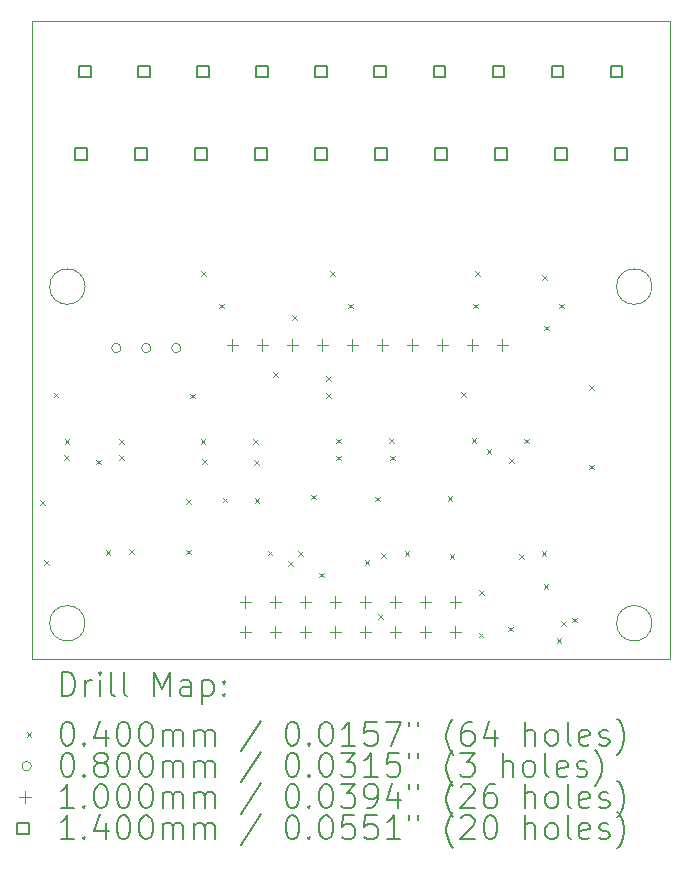
<source format=gbr>
%TF.GenerationSoftware,KiCad,Pcbnew,6.0.11+dfsg-1~bpo11+1*%
%TF.CreationDate,2023-04-06T13:05:17+02:00*%
%TF.ProjectId,ain-4_11,61696e2d-345f-4313-912e-6b696361645f,1.1*%
%TF.SameCoordinates,Original*%
%TF.FileFunction,Drillmap*%
%TF.FilePolarity,Positive*%
%FSLAX45Y45*%
G04 Gerber Fmt 4.5, Leading zero omitted, Abs format (unit mm)*
G04 Created by KiCad (PCBNEW 6.0.11+dfsg-1~bpo11+1) date 2023-04-06 13:05:17*
%MOMM*%
%LPD*%
G01*
G04 APERTURE LIST*
%ADD10C,0.100000*%
%ADD11C,0.200000*%
%ADD12C,0.040000*%
%ADD13C,0.080000*%
%ADD14C,0.140000*%
G04 APERTURE END LIST*
D10*
X18050000Y-8850000D02*
G75*
G03*
X18050000Y-8850000I-150000J0D01*
G01*
X13250000Y-8850000D02*
G75*
G03*
X13250000Y-8850000I-150000J0D01*
G01*
X18050000Y-11700000D02*
G75*
G03*
X18050000Y-11700000I-150000J0D01*
G01*
X13250000Y-11700000D02*
G75*
G03*
X13250000Y-11700000I-150000J0D01*
G01*
X12800000Y-12000000D02*
X18200000Y-12000000D01*
X18200000Y-12000000D02*
X18200000Y-6600000D01*
X18200000Y-6600000D02*
X12800000Y-6600000D01*
X12800000Y-6600000D02*
X12800000Y-12000000D01*
D11*
D12*
X12868000Y-10658000D02*
X12908000Y-10698000D01*
X12908000Y-10658000D02*
X12868000Y-10698000D01*
X12905000Y-11165000D02*
X12945000Y-11205000D01*
X12945000Y-11165000D02*
X12905000Y-11205000D01*
X12983000Y-9748000D02*
X13023000Y-9788000D01*
X13023000Y-9748000D02*
X12983000Y-9788000D01*
X13075770Y-10275770D02*
X13115770Y-10315770D01*
X13115770Y-10275770D02*
X13075770Y-10315770D01*
X13077000Y-10139000D02*
X13117000Y-10179000D01*
X13117000Y-10139000D02*
X13077000Y-10179000D01*
X13345000Y-10315000D02*
X13385000Y-10355000D01*
X13385000Y-10315000D02*
X13345000Y-10355000D01*
X13425000Y-11080000D02*
X13465000Y-11120000D01*
X13465000Y-11080000D02*
X13425000Y-11120000D01*
X13537000Y-10275000D02*
X13577000Y-10315000D01*
X13577000Y-10275000D02*
X13537000Y-10315000D01*
X13538000Y-10141000D02*
X13578000Y-10181000D01*
X13578000Y-10141000D02*
X13538000Y-10181000D01*
X13625000Y-11075000D02*
X13665000Y-11115000D01*
X13665000Y-11075000D02*
X13625000Y-11115000D01*
X14104319Y-10649303D02*
X14144319Y-10689303D01*
X14144319Y-10649303D02*
X14104319Y-10689303D01*
X14105000Y-11077550D02*
X14145000Y-11117550D01*
X14145000Y-11077550D02*
X14105000Y-11117550D01*
X14142000Y-9756000D02*
X14182000Y-9796000D01*
X14182000Y-9756000D02*
X14142000Y-9796000D01*
X14229550Y-10139847D02*
X14269550Y-10179847D01*
X14269550Y-10139847D02*
X14229550Y-10179847D01*
X14235000Y-8718000D02*
X14275000Y-8758000D01*
X14275000Y-8718000D02*
X14235000Y-8758000D01*
X14242000Y-10310000D02*
X14282000Y-10350000D01*
X14282000Y-10310000D02*
X14242000Y-10350000D01*
X14383000Y-8993000D02*
X14423000Y-9033000D01*
X14423000Y-8993000D02*
X14383000Y-9033000D01*
X14414000Y-10636000D02*
X14454000Y-10676000D01*
X14454000Y-10636000D02*
X14414000Y-10676000D01*
X14676000Y-10139000D02*
X14716000Y-10179000D01*
X14716000Y-10139000D02*
X14676000Y-10179000D01*
X14682000Y-10317450D02*
X14722000Y-10357450D01*
X14722000Y-10317450D02*
X14682000Y-10357450D01*
X14686000Y-10640000D02*
X14726000Y-10680000D01*
X14726000Y-10640000D02*
X14686000Y-10680000D01*
X14797000Y-11085000D02*
X14837000Y-11125000D01*
X14837000Y-11085000D02*
X14797000Y-11125000D01*
X14845000Y-9575000D02*
X14885000Y-9615000D01*
X14885000Y-9575000D02*
X14845000Y-9615000D01*
X14967000Y-11173000D02*
X15007000Y-11213000D01*
X15007000Y-11173000D02*
X14967000Y-11213000D01*
X15002500Y-9092500D02*
X15042500Y-9132500D01*
X15042500Y-9092500D02*
X15002500Y-9132500D01*
X15052500Y-11092500D02*
X15092500Y-11132500D01*
X15092500Y-11092500D02*
X15052500Y-11132500D01*
X15162000Y-10612000D02*
X15202000Y-10652000D01*
X15202000Y-10612000D02*
X15162000Y-10652000D01*
X15230000Y-11272500D02*
X15270000Y-11312500D01*
X15270000Y-11272500D02*
X15230000Y-11312500D01*
X15290000Y-9605000D02*
X15330000Y-9645000D01*
X15330000Y-9605000D02*
X15290000Y-9645000D01*
X15293000Y-9754000D02*
X15333000Y-9794000D01*
X15333000Y-9754000D02*
X15293000Y-9794000D01*
X15323000Y-8718000D02*
X15363000Y-8758000D01*
X15363000Y-8718000D02*
X15323000Y-8758000D01*
X15375957Y-10280408D02*
X15415957Y-10320408D01*
X15415957Y-10280408D02*
X15375957Y-10320408D01*
X15378550Y-10138000D02*
X15418550Y-10178000D01*
X15418550Y-10138000D02*
X15378550Y-10178000D01*
X15477000Y-8993000D02*
X15517000Y-9033000D01*
X15517000Y-8993000D02*
X15477000Y-9033000D01*
X15617500Y-11167500D02*
X15657500Y-11207500D01*
X15657500Y-11167500D02*
X15617500Y-11207500D01*
X15704000Y-10629000D02*
X15744000Y-10669000D01*
X15744000Y-10629000D02*
X15704000Y-10669000D01*
X15730000Y-11625000D02*
X15770000Y-11665000D01*
X15770000Y-11625000D02*
X15730000Y-11665000D01*
X15758000Y-11106000D02*
X15798000Y-11146000D01*
X15798000Y-11106000D02*
X15758000Y-11146000D01*
X15823000Y-10134000D02*
X15863000Y-10174000D01*
X15863000Y-10134000D02*
X15823000Y-10174000D01*
X15831000Y-10280000D02*
X15871000Y-10320000D01*
X15871000Y-10280000D02*
X15831000Y-10320000D01*
X15956000Y-11091000D02*
X15996000Y-11131000D01*
X15996000Y-11091000D02*
X15956000Y-11131000D01*
X16320000Y-10622000D02*
X16360000Y-10662000D01*
X16360000Y-10622000D02*
X16320000Y-10662000D01*
X16336000Y-11117000D02*
X16376000Y-11157000D01*
X16376000Y-11117000D02*
X16336000Y-11157000D01*
X16437000Y-9743000D02*
X16477000Y-9783000D01*
X16477000Y-9743000D02*
X16437000Y-9783000D01*
X16523000Y-10134000D02*
X16563000Y-10174000D01*
X16563000Y-10134000D02*
X16523000Y-10174000D01*
X16537000Y-8993000D02*
X16577000Y-9033000D01*
X16577000Y-8993000D02*
X16537000Y-9033000D01*
X16553000Y-8719000D02*
X16593000Y-8759000D01*
X16593000Y-8719000D02*
X16553000Y-8759000D01*
X16583000Y-11780000D02*
X16623000Y-11820000D01*
X16623000Y-11780000D02*
X16583000Y-11820000D01*
X16585000Y-11421000D02*
X16625000Y-11461000D01*
X16625000Y-11421000D02*
X16585000Y-11461000D01*
X16650000Y-10226000D02*
X16690000Y-10266000D01*
X16690000Y-10226000D02*
X16650000Y-10266000D01*
X16832000Y-11729000D02*
X16872000Y-11769000D01*
X16872000Y-11729000D02*
X16832000Y-11769000D01*
X16842000Y-10304000D02*
X16882000Y-10344000D01*
X16882000Y-10304000D02*
X16842000Y-10344000D01*
X16924000Y-11116000D02*
X16964000Y-11156000D01*
X16964000Y-11116000D02*
X16924000Y-11156000D01*
X16967000Y-10136000D02*
X17007000Y-10176000D01*
X17007000Y-10136000D02*
X16967000Y-10176000D01*
X17117000Y-11089000D02*
X17157000Y-11129000D01*
X17157000Y-11089000D02*
X17117000Y-11129000D01*
X17122000Y-8751000D02*
X17162000Y-8791000D01*
X17162000Y-8751000D02*
X17122000Y-8791000D01*
X17132000Y-11366000D02*
X17172000Y-11406000D01*
X17172000Y-11366000D02*
X17132000Y-11406000D01*
X17140000Y-9180000D02*
X17180000Y-9220000D01*
X17180000Y-9180000D02*
X17140000Y-9220000D01*
X17242758Y-11828550D02*
X17282758Y-11868550D01*
X17282758Y-11828550D02*
X17242758Y-11868550D01*
X17263000Y-8993000D02*
X17303000Y-9033000D01*
X17303000Y-8993000D02*
X17263000Y-9033000D01*
X17278000Y-11682000D02*
X17318000Y-11722000D01*
X17318000Y-11682000D02*
X17278000Y-11722000D01*
X17375050Y-11651450D02*
X17415050Y-11691450D01*
X17415050Y-11651450D02*
X17375050Y-11691450D01*
X17517500Y-9685000D02*
X17557500Y-9725000D01*
X17557500Y-9685000D02*
X17517500Y-9725000D01*
X17521000Y-10356000D02*
X17561000Y-10396000D01*
X17561000Y-10356000D02*
X17521000Y-10396000D01*
D13*
X13555000Y-9370000D02*
G75*
G03*
X13555000Y-9370000I-40000J0D01*
G01*
X13809000Y-9370000D02*
G75*
G03*
X13809000Y-9370000I-40000J0D01*
G01*
X14063000Y-9370000D02*
G75*
G03*
X14063000Y-9370000I-40000J0D01*
G01*
D10*
X14498000Y-9295000D02*
X14498000Y-9395000D01*
X14448000Y-9345000D02*
X14548000Y-9345000D01*
X14608500Y-11472500D02*
X14608500Y-11572500D01*
X14558500Y-11522500D02*
X14658500Y-11522500D01*
X14608500Y-11726500D02*
X14608500Y-11826500D01*
X14558500Y-11776500D02*
X14658500Y-11776500D01*
X14752000Y-9295000D02*
X14752000Y-9395000D01*
X14702000Y-9345000D02*
X14802000Y-9345000D01*
X14862500Y-11472500D02*
X14862500Y-11572500D01*
X14812500Y-11522500D02*
X14912500Y-11522500D01*
X14862500Y-11726500D02*
X14862500Y-11826500D01*
X14812500Y-11776500D02*
X14912500Y-11776500D01*
X15006000Y-9295000D02*
X15006000Y-9395000D01*
X14956000Y-9345000D02*
X15056000Y-9345000D01*
X15116500Y-11472500D02*
X15116500Y-11572500D01*
X15066500Y-11522500D02*
X15166500Y-11522500D01*
X15116500Y-11726500D02*
X15116500Y-11826500D01*
X15066500Y-11776500D02*
X15166500Y-11776500D01*
X15260000Y-9295000D02*
X15260000Y-9395000D01*
X15210000Y-9345000D02*
X15310000Y-9345000D01*
X15370500Y-11472500D02*
X15370500Y-11572500D01*
X15320500Y-11522500D02*
X15420500Y-11522500D01*
X15370500Y-11726500D02*
X15370500Y-11826500D01*
X15320500Y-11776500D02*
X15420500Y-11776500D01*
X15514000Y-9295000D02*
X15514000Y-9395000D01*
X15464000Y-9345000D02*
X15564000Y-9345000D01*
X15624500Y-11472500D02*
X15624500Y-11572500D01*
X15574500Y-11522500D02*
X15674500Y-11522500D01*
X15624500Y-11726500D02*
X15624500Y-11826500D01*
X15574500Y-11776500D02*
X15674500Y-11776500D01*
X15768000Y-9295000D02*
X15768000Y-9395000D01*
X15718000Y-9345000D02*
X15818000Y-9345000D01*
X15878500Y-11472500D02*
X15878500Y-11572500D01*
X15828500Y-11522500D02*
X15928500Y-11522500D01*
X15878500Y-11726500D02*
X15878500Y-11826500D01*
X15828500Y-11776500D02*
X15928500Y-11776500D01*
X16022000Y-9295000D02*
X16022000Y-9395000D01*
X15972000Y-9345000D02*
X16072000Y-9345000D01*
X16132500Y-11472500D02*
X16132500Y-11572500D01*
X16082500Y-11522500D02*
X16182500Y-11522500D01*
X16132500Y-11726500D02*
X16132500Y-11826500D01*
X16082500Y-11776500D02*
X16182500Y-11776500D01*
X16276000Y-9295000D02*
X16276000Y-9395000D01*
X16226000Y-9345000D02*
X16326000Y-9345000D01*
X16386500Y-11472500D02*
X16386500Y-11572500D01*
X16336500Y-11522500D02*
X16436500Y-11522500D01*
X16386500Y-11726500D02*
X16386500Y-11826500D01*
X16336500Y-11776500D02*
X16436500Y-11776500D01*
X16530000Y-9295000D02*
X16530000Y-9395000D01*
X16480000Y-9345000D02*
X16580000Y-9345000D01*
X16784000Y-9295000D02*
X16784000Y-9395000D01*
X16734000Y-9345000D02*
X16834000Y-9345000D01*
D14*
X13263498Y-7777248D02*
X13263498Y-7678252D01*
X13164502Y-7678252D01*
X13164502Y-7777248D01*
X13263498Y-7777248D01*
X13299498Y-7077248D02*
X13299498Y-6978252D01*
X13200502Y-6978252D01*
X13200502Y-7077248D01*
X13299498Y-7077248D01*
X13771498Y-7777248D02*
X13771498Y-7678252D01*
X13672502Y-7678252D01*
X13672502Y-7777248D01*
X13771498Y-7777248D01*
X13799498Y-7077248D02*
X13799498Y-6978252D01*
X13700502Y-6978252D01*
X13700502Y-7077248D01*
X13799498Y-7077248D01*
X14279498Y-7777248D02*
X14279498Y-7678252D01*
X14180502Y-7678252D01*
X14180502Y-7777248D01*
X14279498Y-7777248D01*
X14299498Y-7077248D02*
X14299498Y-6978252D01*
X14200502Y-6978252D01*
X14200502Y-7077248D01*
X14299498Y-7077248D01*
X14787498Y-7777248D02*
X14787498Y-7678252D01*
X14688502Y-7678252D01*
X14688502Y-7777248D01*
X14787498Y-7777248D01*
X14799498Y-7077248D02*
X14799498Y-6978252D01*
X14700502Y-6978252D01*
X14700502Y-7077248D01*
X14799498Y-7077248D01*
X15295498Y-7777248D02*
X15295498Y-7678252D01*
X15196502Y-7678252D01*
X15196502Y-7777248D01*
X15295498Y-7777248D01*
X15299498Y-7077248D02*
X15299498Y-6978252D01*
X15200502Y-6978252D01*
X15200502Y-7077248D01*
X15299498Y-7077248D01*
X15799498Y-7077248D02*
X15799498Y-6978252D01*
X15700502Y-6978252D01*
X15700502Y-7077248D01*
X15799498Y-7077248D01*
X15803498Y-7777248D02*
X15803498Y-7678252D01*
X15704502Y-7678252D01*
X15704502Y-7777248D01*
X15803498Y-7777248D01*
X16299498Y-7077248D02*
X16299498Y-6978252D01*
X16200502Y-6978252D01*
X16200502Y-7077248D01*
X16299498Y-7077248D01*
X16311498Y-7777248D02*
X16311498Y-7678252D01*
X16212502Y-7678252D01*
X16212502Y-7777248D01*
X16311498Y-7777248D01*
X16799498Y-7077248D02*
X16799498Y-6978252D01*
X16700502Y-6978252D01*
X16700502Y-7077248D01*
X16799498Y-7077248D01*
X16819498Y-7777248D02*
X16819498Y-7678252D01*
X16720502Y-7678252D01*
X16720502Y-7777248D01*
X16819498Y-7777248D01*
X17299498Y-7077248D02*
X17299498Y-6978252D01*
X17200502Y-6978252D01*
X17200502Y-7077248D01*
X17299498Y-7077248D01*
X17327498Y-7777248D02*
X17327498Y-7678252D01*
X17228502Y-7678252D01*
X17228502Y-7777248D01*
X17327498Y-7777248D01*
X17799498Y-7077248D02*
X17799498Y-6978252D01*
X17700502Y-6978252D01*
X17700502Y-7077248D01*
X17799498Y-7077248D01*
X17835498Y-7777248D02*
X17835498Y-7678252D01*
X17736502Y-7678252D01*
X17736502Y-7777248D01*
X17835498Y-7777248D01*
D11*
X13052619Y-12315476D02*
X13052619Y-12115476D01*
X13100238Y-12115476D01*
X13128809Y-12125000D01*
X13147857Y-12144048D01*
X13157381Y-12163095D01*
X13166905Y-12201190D01*
X13166905Y-12229762D01*
X13157381Y-12267857D01*
X13147857Y-12286905D01*
X13128809Y-12305952D01*
X13100238Y-12315476D01*
X13052619Y-12315476D01*
X13252619Y-12315476D02*
X13252619Y-12182143D01*
X13252619Y-12220238D02*
X13262143Y-12201190D01*
X13271667Y-12191667D01*
X13290714Y-12182143D01*
X13309762Y-12182143D01*
X13376428Y-12315476D02*
X13376428Y-12182143D01*
X13376428Y-12115476D02*
X13366905Y-12125000D01*
X13376428Y-12134524D01*
X13385952Y-12125000D01*
X13376428Y-12115476D01*
X13376428Y-12134524D01*
X13500238Y-12315476D02*
X13481190Y-12305952D01*
X13471667Y-12286905D01*
X13471667Y-12115476D01*
X13605000Y-12315476D02*
X13585952Y-12305952D01*
X13576428Y-12286905D01*
X13576428Y-12115476D01*
X13833571Y-12315476D02*
X13833571Y-12115476D01*
X13900238Y-12258333D01*
X13966905Y-12115476D01*
X13966905Y-12315476D01*
X14147857Y-12315476D02*
X14147857Y-12210714D01*
X14138333Y-12191667D01*
X14119286Y-12182143D01*
X14081190Y-12182143D01*
X14062143Y-12191667D01*
X14147857Y-12305952D02*
X14128809Y-12315476D01*
X14081190Y-12315476D01*
X14062143Y-12305952D01*
X14052619Y-12286905D01*
X14052619Y-12267857D01*
X14062143Y-12248809D01*
X14081190Y-12239286D01*
X14128809Y-12239286D01*
X14147857Y-12229762D01*
X14243095Y-12182143D02*
X14243095Y-12382143D01*
X14243095Y-12191667D02*
X14262143Y-12182143D01*
X14300238Y-12182143D01*
X14319286Y-12191667D01*
X14328809Y-12201190D01*
X14338333Y-12220238D01*
X14338333Y-12277381D01*
X14328809Y-12296428D01*
X14319286Y-12305952D01*
X14300238Y-12315476D01*
X14262143Y-12315476D01*
X14243095Y-12305952D01*
X14424048Y-12296428D02*
X14433571Y-12305952D01*
X14424048Y-12315476D01*
X14414524Y-12305952D01*
X14424048Y-12296428D01*
X14424048Y-12315476D01*
X14424048Y-12191667D02*
X14433571Y-12201190D01*
X14424048Y-12210714D01*
X14414524Y-12201190D01*
X14424048Y-12191667D01*
X14424048Y-12210714D01*
D12*
X12755000Y-12625000D02*
X12795000Y-12665000D01*
X12795000Y-12625000D02*
X12755000Y-12665000D01*
D11*
X13090714Y-12535476D02*
X13109762Y-12535476D01*
X13128809Y-12545000D01*
X13138333Y-12554524D01*
X13147857Y-12573571D01*
X13157381Y-12611667D01*
X13157381Y-12659286D01*
X13147857Y-12697381D01*
X13138333Y-12716428D01*
X13128809Y-12725952D01*
X13109762Y-12735476D01*
X13090714Y-12735476D01*
X13071667Y-12725952D01*
X13062143Y-12716428D01*
X13052619Y-12697381D01*
X13043095Y-12659286D01*
X13043095Y-12611667D01*
X13052619Y-12573571D01*
X13062143Y-12554524D01*
X13071667Y-12545000D01*
X13090714Y-12535476D01*
X13243095Y-12716428D02*
X13252619Y-12725952D01*
X13243095Y-12735476D01*
X13233571Y-12725952D01*
X13243095Y-12716428D01*
X13243095Y-12735476D01*
X13424048Y-12602143D02*
X13424048Y-12735476D01*
X13376428Y-12525952D02*
X13328809Y-12668809D01*
X13452619Y-12668809D01*
X13566905Y-12535476D02*
X13585952Y-12535476D01*
X13605000Y-12545000D01*
X13614524Y-12554524D01*
X13624048Y-12573571D01*
X13633571Y-12611667D01*
X13633571Y-12659286D01*
X13624048Y-12697381D01*
X13614524Y-12716428D01*
X13605000Y-12725952D01*
X13585952Y-12735476D01*
X13566905Y-12735476D01*
X13547857Y-12725952D01*
X13538333Y-12716428D01*
X13528809Y-12697381D01*
X13519286Y-12659286D01*
X13519286Y-12611667D01*
X13528809Y-12573571D01*
X13538333Y-12554524D01*
X13547857Y-12545000D01*
X13566905Y-12535476D01*
X13757381Y-12535476D02*
X13776428Y-12535476D01*
X13795476Y-12545000D01*
X13805000Y-12554524D01*
X13814524Y-12573571D01*
X13824048Y-12611667D01*
X13824048Y-12659286D01*
X13814524Y-12697381D01*
X13805000Y-12716428D01*
X13795476Y-12725952D01*
X13776428Y-12735476D01*
X13757381Y-12735476D01*
X13738333Y-12725952D01*
X13728809Y-12716428D01*
X13719286Y-12697381D01*
X13709762Y-12659286D01*
X13709762Y-12611667D01*
X13719286Y-12573571D01*
X13728809Y-12554524D01*
X13738333Y-12545000D01*
X13757381Y-12535476D01*
X13909762Y-12735476D02*
X13909762Y-12602143D01*
X13909762Y-12621190D02*
X13919286Y-12611667D01*
X13938333Y-12602143D01*
X13966905Y-12602143D01*
X13985952Y-12611667D01*
X13995476Y-12630714D01*
X13995476Y-12735476D01*
X13995476Y-12630714D02*
X14005000Y-12611667D01*
X14024048Y-12602143D01*
X14052619Y-12602143D01*
X14071667Y-12611667D01*
X14081190Y-12630714D01*
X14081190Y-12735476D01*
X14176428Y-12735476D02*
X14176428Y-12602143D01*
X14176428Y-12621190D02*
X14185952Y-12611667D01*
X14205000Y-12602143D01*
X14233571Y-12602143D01*
X14252619Y-12611667D01*
X14262143Y-12630714D01*
X14262143Y-12735476D01*
X14262143Y-12630714D02*
X14271667Y-12611667D01*
X14290714Y-12602143D01*
X14319286Y-12602143D01*
X14338333Y-12611667D01*
X14347857Y-12630714D01*
X14347857Y-12735476D01*
X14738333Y-12525952D02*
X14566905Y-12783095D01*
X14995476Y-12535476D02*
X15014524Y-12535476D01*
X15033571Y-12545000D01*
X15043095Y-12554524D01*
X15052619Y-12573571D01*
X15062143Y-12611667D01*
X15062143Y-12659286D01*
X15052619Y-12697381D01*
X15043095Y-12716428D01*
X15033571Y-12725952D01*
X15014524Y-12735476D01*
X14995476Y-12735476D01*
X14976428Y-12725952D01*
X14966905Y-12716428D01*
X14957381Y-12697381D01*
X14947857Y-12659286D01*
X14947857Y-12611667D01*
X14957381Y-12573571D01*
X14966905Y-12554524D01*
X14976428Y-12545000D01*
X14995476Y-12535476D01*
X15147857Y-12716428D02*
X15157381Y-12725952D01*
X15147857Y-12735476D01*
X15138333Y-12725952D01*
X15147857Y-12716428D01*
X15147857Y-12735476D01*
X15281190Y-12535476D02*
X15300238Y-12535476D01*
X15319286Y-12545000D01*
X15328809Y-12554524D01*
X15338333Y-12573571D01*
X15347857Y-12611667D01*
X15347857Y-12659286D01*
X15338333Y-12697381D01*
X15328809Y-12716428D01*
X15319286Y-12725952D01*
X15300238Y-12735476D01*
X15281190Y-12735476D01*
X15262143Y-12725952D01*
X15252619Y-12716428D01*
X15243095Y-12697381D01*
X15233571Y-12659286D01*
X15233571Y-12611667D01*
X15243095Y-12573571D01*
X15252619Y-12554524D01*
X15262143Y-12545000D01*
X15281190Y-12535476D01*
X15538333Y-12735476D02*
X15424048Y-12735476D01*
X15481190Y-12735476D02*
X15481190Y-12535476D01*
X15462143Y-12564048D01*
X15443095Y-12583095D01*
X15424048Y-12592619D01*
X15719286Y-12535476D02*
X15624048Y-12535476D01*
X15614524Y-12630714D01*
X15624048Y-12621190D01*
X15643095Y-12611667D01*
X15690714Y-12611667D01*
X15709762Y-12621190D01*
X15719286Y-12630714D01*
X15728809Y-12649762D01*
X15728809Y-12697381D01*
X15719286Y-12716428D01*
X15709762Y-12725952D01*
X15690714Y-12735476D01*
X15643095Y-12735476D01*
X15624048Y-12725952D01*
X15614524Y-12716428D01*
X15795476Y-12535476D02*
X15928809Y-12535476D01*
X15843095Y-12735476D01*
X15995476Y-12535476D02*
X15995476Y-12573571D01*
X16071667Y-12535476D02*
X16071667Y-12573571D01*
X16366905Y-12811667D02*
X16357381Y-12802143D01*
X16338333Y-12773571D01*
X16328809Y-12754524D01*
X16319286Y-12725952D01*
X16309762Y-12678333D01*
X16309762Y-12640238D01*
X16319286Y-12592619D01*
X16328809Y-12564048D01*
X16338333Y-12545000D01*
X16357381Y-12516428D01*
X16366905Y-12506905D01*
X16528809Y-12535476D02*
X16490714Y-12535476D01*
X16471667Y-12545000D01*
X16462143Y-12554524D01*
X16443095Y-12583095D01*
X16433571Y-12621190D01*
X16433571Y-12697381D01*
X16443095Y-12716428D01*
X16452619Y-12725952D01*
X16471667Y-12735476D01*
X16509762Y-12735476D01*
X16528809Y-12725952D01*
X16538333Y-12716428D01*
X16547857Y-12697381D01*
X16547857Y-12649762D01*
X16538333Y-12630714D01*
X16528809Y-12621190D01*
X16509762Y-12611667D01*
X16471667Y-12611667D01*
X16452619Y-12621190D01*
X16443095Y-12630714D01*
X16433571Y-12649762D01*
X16719286Y-12602143D02*
X16719286Y-12735476D01*
X16671667Y-12525952D02*
X16624048Y-12668809D01*
X16747857Y-12668809D01*
X16976429Y-12735476D02*
X16976429Y-12535476D01*
X17062143Y-12735476D02*
X17062143Y-12630714D01*
X17052619Y-12611667D01*
X17033571Y-12602143D01*
X17005000Y-12602143D01*
X16985952Y-12611667D01*
X16976429Y-12621190D01*
X17185952Y-12735476D02*
X17166905Y-12725952D01*
X17157381Y-12716428D01*
X17147857Y-12697381D01*
X17147857Y-12640238D01*
X17157381Y-12621190D01*
X17166905Y-12611667D01*
X17185952Y-12602143D01*
X17214524Y-12602143D01*
X17233571Y-12611667D01*
X17243095Y-12621190D01*
X17252619Y-12640238D01*
X17252619Y-12697381D01*
X17243095Y-12716428D01*
X17233571Y-12725952D01*
X17214524Y-12735476D01*
X17185952Y-12735476D01*
X17366905Y-12735476D02*
X17347857Y-12725952D01*
X17338333Y-12706905D01*
X17338333Y-12535476D01*
X17519286Y-12725952D02*
X17500238Y-12735476D01*
X17462143Y-12735476D01*
X17443095Y-12725952D01*
X17433571Y-12706905D01*
X17433571Y-12630714D01*
X17443095Y-12611667D01*
X17462143Y-12602143D01*
X17500238Y-12602143D01*
X17519286Y-12611667D01*
X17528810Y-12630714D01*
X17528810Y-12649762D01*
X17433571Y-12668809D01*
X17605000Y-12725952D02*
X17624048Y-12735476D01*
X17662143Y-12735476D01*
X17681190Y-12725952D01*
X17690714Y-12706905D01*
X17690714Y-12697381D01*
X17681190Y-12678333D01*
X17662143Y-12668809D01*
X17633571Y-12668809D01*
X17614524Y-12659286D01*
X17605000Y-12640238D01*
X17605000Y-12630714D01*
X17614524Y-12611667D01*
X17633571Y-12602143D01*
X17662143Y-12602143D01*
X17681190Y-12611667D01*
X17757381Y-12811667D02*
X17766905Y-12802143D01*
X17785952Y-12773571D01*
X17795476Y-12754524D01*
X17805000Y-12725952D01*
X17814524Y-12678333D01*
X17814524Y-12640238D01*
X17805000Y-12592619D01*
X17795476Y-12564048D01*
X17785952Y-12545000D01*
X17766905Y-12516428D01*
X17757381Y-12506905D01*
D13*
X12795000Y-12909000D02*
G75*
G03*
X12795000Y-12909000I-40000J0D01*
G01*
D11*
X13090714Y-12799476D02*
X13109762Y-12799476D01*
X13128809Y-12809000D01*
X13138333Y-12818524D01*
X13147857Y-12837571D01*
X13157381Y-12875667D01*
X13157381Y-12923286D01*
X13147857Y-12961381D01*
X13138333Y-12980428D01*
X13128809Y-12989952D01*
X13109762Y-12999476D01*
X13090714Y-12999476D01*
X13071667Y-12989952D01*
X13062143Y-12980428D01*
X13052619Y-12961381D01*
X13043095Y-12923286D01*
X13043095Y-12875667D01*
X13052619Y-12837571D01*
X13062143Y-12818524D01*
X13071667Y-12809000D01*
X13090714Y-12799476D01*
X13243095Y-12980428D02*
X13252619Y-12989952D01*
X13243095Y-12999476D01*
X13233571Y-12989952D01*
X13243095Y-12980428D01*
X13243095Y-12999476D01*
X13366905Y-12885190D02*
X13347857Y-12875667D01*
X13338333Y-12866143D01*
X13328809Y-12847095D01*
X13328809Y-12837571D01*
X13338333Y-12818524D01*
X13347857Y-12809000D01*
X13366905Y-12799476D01*
X13405000Y-12799476D01*
X13424048Y-12809000D01*
X13433571Y-12818524D01*
X13443095Y-12837571D01*
X13443095Y-12847095D01*
X13433571Y-12866143D01*
X13424048Y-12875667D01*
X13405000Y-12885190D01*
X13366905Y-12885190D01*
X13347857Y-12894714D01*
X13338333Y-12904238D01*
X13328809Y-12923286D01*
X13328809Y-12961381D01*
X13338333Y-12980428D01*
X13347857Y-12989952D01*
X13366905Y-12999476D01*
X13405000Y-12999476D01*
X13424048Y-12989952D01*
X13433571Y-12980428D01*
X13443095Y-12961381D01*
X13443095Y-12923286D01*
X13433571Y-12904238D01*
X13424048Y-12894714D01*
X13405000Y-12885190D01*
X13566905Y-12799476D02*
X13585952Y-12799476D01*
X13605000Y-12809000D01*
X13614524Y-12818524D01*
X13624048Y-12837571D01*
X13633571Y-12875667D01*
X13633571Y-12923286D01*
X13624048Y-12961381D01*
X13614524Y-12980428D01*
X13605000Y-12989952D01*
X13585952Y-12999476D01*
X13566905Y-12999476D01*
X13547857Y-12989952D01*
X13538333Y-12980428D01*
X13528809Y-12961381D01*
X13519286Y-12923286D01*
X13519286Y-12875667D01*
X13528809Y-12837571D01*
X13538333Y-12818524D01*
X13547857Y-12809000D01*
X13566905Y-12799476D01*
X13757381Y-12799476D02*
X13776428Y-12799476D01*
X13795476Y-12809000D01*
X13805000Y-12818524D01*
X13814524Y-12837571D01*
X13824048Y-12875667D01*
X13824048Y-12923286D01*
X13814524Y-12961381D01*
X13805000Y-12980428D01*
X13795476Y-12989952D01*
X13776428Y-12999476D01*
X13757381Y-12999476D01*
X13738333Y-12989952D01*
X13728809Y-12980428D01*
X13719286Y-12961381D01*
X13709762Y-12923286D01*
X13709762Y-12875667D01*
X13719286Y-12837571D01*
X13728809Y-12818524D01*
X13738333Y-12809000D01*
X13757381Y-12799476D01*
X13909762Y-12999476D02*
X13909762Y-12866143D01*
X13909762Y-12885190D02*
X13919286Y-12875667D01*
X13938333Y-12866143D01*
X13966905Y-12866143D01*
X13985952Y-12875667D01*
X13995476Y-12894714D01*
X13995476Y-12999476D01*
X13995476Y-12894714D02*
X14005000Y-12875667D01*
X14024048Y-12866143D01*
X14052619Y-12866143D01*
X14071667Y-12875667D01*
X14081190Y-12894714D01*
X14081190Y-12999476D01*
X14176428Y-12999476D02*
X14176428Y-12866143D01*
X14176428Y-12885190D02*
X14185952Y-12875667D01*
X14205000Y-12866143D01*
X14233571Y-12866143D01*
X14252619Y-12875667D01*
X14262143Y-12894714D01*
X14262143Y-12999476D01*
X14262143Y-12894714D02*
X14271667Y-12875667D01*
X14290714Y-12866143D01*
X14319286Y-12866143D01*
X14338333Y-12875667D01*
X14347857Y-12894714D01*
X14347857Y-12999476D01*
X14738333Y-12789952D02*
X14566905Y-13047095D01*
X14995476Y-12799476D02*
X15014524Y-12799476D01*
X15033571Y-12809000D01*
X15043095Y-12818524D01*
X15052619Y-12837571D01*
X15062143Y-12875667D01*
X15062143Y-12923286D01*
X15052619Y-12961381D01*
X15043095Y-12980428D01*
X15033571Y-12989952D01*
X15014524Y-12999476D01*
X14995476Y-12999476D01*
X14976428Y-12989952D01*
X14966905Y-12980428D01*
X14957381Y-12961381D01*
X14947857Y-12923286D01*
X14947857Y-12875667D01*
X14957381Y-12837571D01*
X14966905Y-12818524D01*
X14976428Y-12809000D01*
X14995476Y-12799476D01*
X15147857Y-12980428D02*
X15157381Y-12989952D01*
X15147857Y-12999476D01*
X15138333Y-12989952D01*
X15147857Y-12980428D01*
X15147857Y-12999476D01*
X15281190Y-12799476D02*
X15300238Y-12799476D01*
X15319286Y-12809000D01*
X15328809Y-12818524D01*
X15338333Y-12837571D01*
X15347857Y-12875667D01*
X15347857Y-12923286D01*
X15338333Y-12961381D01*
X15328809Y-12980428D01*
X15319286Y-12989952D01*
X15300238Y-12999476D01*
X15281190Y-12999476D01*
X15262143Y-12989952D01*
X15252619Y-12980428D01*
X15243095Y-12961381D01*
X15233571Y-12923286D01*
X15233571Y-12875667D01*
X15243095Y-12837571D01*
X15252619Y-12818524D01*
X15262143Y-12809000D01*
X15281190Y-12799476D01*
X15414524Y-12799476D02*
X15538333Y-12799476D01*
X15471667Y-12875667D01*
X15500238Y-12875667D01*
X15519286Y-12885190D01*
X15528809Y-12894714D01*
X15538333Y-12913762D01*
X15538333Y-12961381D01*
X15528809Y-12980428D01*
X15519286Y-12989952D01*
X15500238Y-12999476D01*
X15443095Y-12999476D01*
X15424048Y-12989952D01*
X15414524Y-12980428D01*
X15728809Y-12999476D02*
X15614524Y-12999476D01*
X15671667Y-12999476D02*
X15671667Y-12799476D01*
X15652619Y-12828048D01*
X15633571Y-12847095D01*
X15614524Y-12856619D01*
X15909762Y-12799476D02*
X15814524Y-12799476D01*
X15805000Y-12894714D01*
X15814524Y-12885190D01*
X15833571Y-12875667D01*
X15881190Y-12875667D01*
X15900238Y-12885190D01*
X15909762Y-12894714D01*
X15919286Y-12913762D01*
X15919286Y-12961381D01*
X15909762Y-12980428D01*
X15900238Y-12989952D01*
X15881190Y-12999476D01*
X15833571Y-12999476D01*
X15814524Y-12989952D01*
X15805000Y-12980428D01*
X15995476Y-12799476D02*
X15995476Y-12837571D01*
X16071667Y-12799476D02*
X16071667Y-12837571D01*
X16366905Y-13075667D02*
X16357381Y-13066143D01*
X16338333Y-13037571D01*
X16328809Y-13018524D01*
X16319286Y-12989952D01*
X16309762Y-12942333D01*
X16309762Y-12904238D01*
X16319286Y-12856619D01*
X16328809Y-12828048D01*
X16338333Y-12809000D01*
X16357381Y-12780428D01*
X16366905Y-12770905D01*
X16424048Y-12799476D02*
X16547857Y-12799476D01*
X16481190Y-12875667D01*
X16509762Y-12875667D01*
X16528809Y-12885190D01*
X16538333Y-12894714D01*
X16547857Y-12913762D01*
X16547857Y-12961381D01*
X16538333Y-12980428D01*
X16528809Y-12989952D01*
X16509762Y-12999476D01*
X16452619Y-12999476D01*
X16433571Y-12989952D01*
X16424048Y-12980428D01*
X16785952Y-12999476D02*
X16785952Y-12799476D01*
X16871667Y-12999476D02*
X16871667Y-12894714D01*
X16862143Y-12875667D01*
X16843095Y-12866143D01*
X16814524Y-12866143D01*
X16795476Y-12875667D01*
X16785952Y-12885190D01*
X16995476Y-12999476D02*
X16976429Y-12989952D01*
X16966905Y-12980428D01*
X16957381Y-12961381D01*
X16957381Y-12904238D01*
X16966905Y-12885190D01*
X16976429Y-12875667D01*
X16995476Y-12866143D01*
X17024048Y-12866143D01*
X17043095Y-12875667D01*
X17052619Y-12885190D01*
X17062143Y-12904238D01*
X17062143Y-12961381D01*
X17052619Y-12980428D01*
X17043095Y-12989952D01*
X17024048Y-12999476D01*
X16995476Y-12999476D01*
X17176429Y-12999476D02*
X17157381Y-12989952D01*
X17147857Y-12970905D01*
X17147857Y-12799476D01*
X17328810Y-12989952D02*
X17309762Y-12999476D01*
X17271667Y-12999476D01*
X17252619Y-12989952D01*
X17243095Y-12970905D01*
X17243095Y-12894714D01*
X17252619Y-12875667D01*
X17271667Y-12866143D01*
X17309762Y-12866143D01*
X17328810Y-12875667D01*
X17338333Y-12894714D01*
X17338333Y-12913762D01*
X17243095Y-12932809D01*
X17414524Y-12989952D02*
X17433571Y-12999476D01*
X17471667Y-12999476D01*
X17490714Y-12989952D01*
X17500238Y-12970905D01*
X17500238Y-12961381D01*
X17490714Y-12942333D01*
X17471667Y-12932809D01*
X17443095Y-12932809D01*
X17424048Y-12923286D01*
X17414524Y-12904238D01*
X17414524Y-12894714D01*
X17424048Y-12875667D01*
X17443095Y-12866143D01*
X17471667Y-12866143D01*
X17490714Y-12875667D01*
X17566905Y-13075667D02*
X17576429Y-13066143D01*
X17595476Y-13037571D01*
X17605000Y-13018524D01*
X17614524Y-12989952D01*
X17624048Y-12942333D01*
X17624048Y-12904238D01*
X17614524Y-12856619D01*
X17605000Y-12828048D01*
X17595476Y-12809000D01*
X17576429Y-12780428D01*
X17566905Y-12770905D01*
D10*
X12745000Y-13123000D02*
X12745000Y-13223000D01*
X12695000Y-13173000D02*
X12795000Y-13173000D01*
D11*
X13157381Y-13263476D02*
X13043095Y-13263476D01*
X13100238Y-13263476D02*
X13100238Y-13063476D01*
X13081190Y-13092048D01*
X13062143Y-13111095D01*
X13043095Y-13120619D01*
X13243095Y-13244428D02*
X13252619Y-13253952D01*
X13243095Y-13263476D01*
X13233571Y-13253952D01*
X13243095Y-13244428D01*
X13243095Y-13263476D01*
X13376428Y-13063476D02*
X13395476Y-13063476D01*
X13414524Y-13073000D01*
X13424048Y-13082524D01*
X13433571Y-13101571D01*
X13443095Y-13139667D01*
X13443095Y-13187286D01*
X13433571Y-13225381D01*
X13424048Y-13244428D01*
X13414524Y-13253952D01*
X13395476Y-13263476D01*
X13376428Y-13263476D01*
X13357381Y-13253952D01*
X13347857Y-13244428D01*
X13338333Y-13225381D01*
X13328809Y-13187286D01*
X13328809Y-13139667D01*
X13338333Y-13101571D01*
X13347857Y-13082524D01*
X13357381Y-13073000D01*
X13376428Y-13063476D01*
X13566905Y-13063476D02*
X13585952Y-13063476D01*
X13605000Y-13073000D01*
X13614524Y-13082524D01*
X13624048Y-13101571D01*
X13633571Y-13139667D01*
X13633571Y-13187286D01*
X13624048Y-13225381D01*
X13614524Y-13244428D01*
X13605000Y-13253952D01*
X13585952Y-13263476D01*
X13566905Y-13263476D01*
X13547857Y-13253952D01*
X13538333Y-13244428D01*
X13528809Y-13225381D01*
X13519286Y-13187286D01*
X13519286Y-13139667D01*
X13528809Y-13101571D01*
X13538333Y-13082524D01*
X13547857Y-13073000D01*
X13566905Y-13063476D01*
X13757381Y-13063476D02*
X13776428Y-13063476D01*
X13795476Y-13073000D01*
X13805000Y-13082524D01*
X13814524Y-13101571D01*
X13824048Y-13139667D01*
X13824048Y-13187286D01*
X13814524Y-13225381D01*
X13805000Y-13244428D01*
X13795476Y-13253952D01*
X13776428Y-13263476D01*
X13757381Y-13263476D01*
X13738333Y-13253952D01*
X13728809Y-13244428D01*
X13719286Y-13225381D01*
X13709762Y-13187286D01*
X13709762Y-13139667D01*
X13719286Y-13101571D01*
X13728809Y-13082524D01*
X13738333Y-13073000D01*
X13757381Y-13063476D01*
X13909762Y-13263476D02*
X13909762Y-13130143D01*
X13909762Y-13149190D02*
X13919286Y-13139667D01*
X13938333Y-13130143D01*
X13966905Y-13130143D01*
X13985952Y-13139667D01*
X13995476Y-13158714D01*
X13995476Y-13263476D01*
X13995476Y-13158714D02*
X14005000Y-13139667D01*
X14024048Y-13130143D01*
X14052619Y-13130143D01*
X14071667Y-13139667D01*
X14081190Y-13158714D01*
X14081190Y-13263476D01*
X14176428Y-13263476D02*
X14176428Y-13130143D01*
X14176428Y-13149190D02*
X14185952Y-13139667D01*
X14205000Y-13130143D01*
X14233571Y-13130143D01*
X14252619Y-13139667D01*
X14262143Y-13158714D01*
X14262143Y-13263476D01*
X14262143Y-13158714D02*
X14271667Y-13139667D01*
X14290714Y-13130143D01*
X14319286Y-13130143D01*
X14338333Y-13139667D01*
X14347857Y-13158714D01*
X14347857Y-13263476D01*
X14738333Y-13053952D02*
X14566905Y-13311095D01*
X14995476Y-13063476D02*
X15014524Y-13063476D01*
X15033571Y-13073000D01*
X15043095Y-13082524D01*
X15052619Y-13101571D01*
X15062143Y-13139667D01*
X15062143Y-13187286D01*
X15052619Y-13225381D01*
X15043095Y-13244428D01*
X15033571Y-13253952D01*
X15014524Y-13263476D01*
X14995476Y-13263476D01*
X14976428Y-13253952D01*
X14966905Y-13244428D01*
X14957381Y-13225381D01*
X14947857Y-13187286D01*
X14947857Y-13139667D01*
X14957381Y-13101571D01*
X14966905Y-13082524D01*
X14976428Y-13073000D01*
X14995476Y-13063476D01*
X15147857Y-13244428D02*
X15157381Y-13253952D01*
X15147857Y-13263476D01*
X15138333Y-13253952D01*
X15147857Y-13244428D01*
X15147857Y-13263476D01*
X15281190Y-13063476D02*
X15300238Y-13063476D01*
X15319286Y-13073000D01*
X15328809Y-13082524D01*
X15338333Y-13101571D01*
X15347857Y-13139667D01*
X15347857Y-13187286D01*
X15338333Y-13225381D01*
X15328809Y-13244428D01*
X15319286Y-13253952D01*
X15300238Y-13263476D01*
X15281190Y-13263476D01*
X15262143Y-13253952D01*
X15252619Y-13244428D01*
X15243095Y-13225381D01*
X15233571Y-13187286D01*
X15233571Y-13139667D01*
X15243095Y-13101571D01*
X15252619Y-13082524D01*
X15262143Y-13073000D01*
X15281190Y-13063476D01*
X15414524Y-13063476D02*
X15538333Y-13063476D01*
X15471667Y-13139667D01*
X15500238Y-13139667D01*
X15519286Y-13149190D01*
X15528809Y-13158714D01*
X15538333Y-13177762D01*
X15538333Y-13225381D01*
X15528809Y-13244428D01*
X15519286Y-13253952D01*
X15500238Y-13263476D01*
X15443095Y-13263476D01*
X15424048Y-13253952D01*
X15414524Y-13244428D01*
X15633571Y-13263476D02*
X15671667Y-13263476D01*
X15690714Y-13253952D01*
X15700238Y-13244428D01*
X15719286Y-13215857D01*
X15728809Y-13177762D01*
X15728809Y-13101571D01*
X15719286Y-13082524D01*
X15709762Y-13073000D01*
X15690714Y-13063476D01*
X15652619Y-13063476D01*
X15633571Y-13073000D01*
X15624048Y-13082524D01*
X15614524Y-13101571D01*
X15614524Y-13149190D01*
X15624048Y-13168238D01*
X15633571Y-13177762D01*
X15652619Y-13187286D01*
X15690714Y-13187286D01*
X15709762Y-13177762D01*
X15719286Y-13168238D01*
X15728809Y-13149190D01*
X15900238Y-13130143D02*
X15900238Y-13263476D01*
X15852619Y-13053952D02*
X15805000Y-13196809D01*
X15928809Y-13196809D01*
X15995476Y-13063476D02*
X15995476Y-13101571D01*
X16071667Y-13063476D02*
X16071667Y-13101571D01*
X16366905Y-13339667D02*
X16357381Y-13330143D01*
X16338333Y-13301571D01*
X16328809Y-13282524D01*
X16319286Y-13253952D01*
X16309762Y-13206333D01*
X16309762Y-13168238D01*
X16319286Y-13120619D01*
X16328809Y-13092048D01*
X16338333Y-13073000D01*
X16357381Y-13044428D01*
X16366905Y-13034905D01*
X16433571Y-13082524D02*
X16443095Y-13073000D01*
X16462143Y-13063476D01*
X16509762Y-13063476D01*
X16528809Y-13073000D01*
X16538333Y-13082524D01*
X16547857Y-13101571D01*
X16547857Y-13120619D01*
X16538333Y-13149190D01*
X16424048Y-13263476D01*
X16547857Y-13263476D01*
X16719286Y-13063476D02*
X16681190Y-13063476D01*
X16662143Y-13073000D01*
X16652619Y-13082524D01*
X16633571Y-13111095D01*
X16624048Y-13149190D01*
X16624048Y-13225381D01*
X16633571Y-13244428D01*
X16643095Y-13253952D01*
X16662143Y-13263476D01*
X16700238Y-13263476D01*
X16719286Y-13253952D01*
X16728809Y-13244428D01*
X16738333Y-13225381D01*
X16738333Y-13177762D01*
X16728809Y-13158714D01*
X16719286Y-13149190D01*
X16700238Y-13139667D01*
X16662143Y-13139667D01*
X16643095Y-13149190D01*
X16633571Y-13158714D01*
X16624048Y-13177762D01*
X16976429Y-13263476D02*
X16976429Y-13063476D01*
X17062143Y-13263476D02*
X17062143Y-13158714D01*
X17052619Y-13139667D01*
X17033571Y-13130143D01*
X17005000Y-13130143D01*
X16985952Y-13139667D01*
X16976429Y-13149190D01*
X17185952Y-13263476D02*
X17166905Y-13253952D01*
X17157381Y-13244428D01*
X17147857Y-13225381D01*
X17147857Y-13168238D01*
X17157381Y-13149190D01*
X17166905Y-13139667D01*
X17185952Y-13130143D01*
X17214524Y-13130143D01*
X17233571Y-13139667D01*
X17243095Y-13149190D01*
X17252619Y-13168238D01*
X17252619Y-13225381D01*
X17243095Y-13244428D01*
X17233571Y-13253952D01*
X17214524Y-13263476D01*
X17185952Y-13263476D01*
X17366905Y-13263476D02*
X17347857Y-13253952D01*
X17338333Y-13234905D01*
X17338333Y-13063476D01*
X17519286Y-13253952D02*
X17500238Y-13263476D01*
X17462143Y-13263476D01*
X17443095Y-13253952D01*
X17433571Y-13234905D01*
X17433571Y-13158714D01*
X17443095Y-13139667D01*
X17462143Y-13130143D01*
X17500238Y-13130143D01*
X17519286Y-13139667D01*
X17528810Y-13158714D01*
X17528810Y-13177762D01*
X17433571Y-13196809D01*
X17605000Y-13253952D02*
X17624048Y-13263476D01*
X17662143Y-13263476D01*
X17681190Y-13253952D01*
X17690714Y-13234905D01*
X17690714Y-13225381D01*
X17681190Y-13206333D01*
X17662143Y-13196809D01*
X17633571Y-13196809D01*
X17614524Y-13187286D01*
X17605000Y-13168238D01*
X17605000Y-13158714D01*
X17614524Y-13139667D01*
X17633571Y-13130143D01*
X17662143Y-13130143D01*
X17681190Y-13139667D01*
X17757381Y-13339667D02*
X17766905Y-13330143D01*
X17785952Y-13301571D01*
X17795476Y-13282524D01*
X17805000Y-13253952D01*
X17814524Y-13206333D01*
X17814524Y-13168238D01*
X17805000Y-13120619D01*
X17795476Y-13092048D01*
X17785952Y-13073000D01*
X17766905Y-13044428D01*
X17757381Y-13034905D01*
D14*
X12774498Y-13486498D02*
X12774498Y-13387502D01*
X12675502Y-13387502D01*
X12675502Y-13486498D01*
X12774498Y-13486498D01*
D11*
X13157381Y-13527476D02*
X13043095Y-13527476D01*
X13100238Y-13527476D02*
X13100238Y-13327476D01*
X13081190Y-13356048D01*
X13062143Y-13375095D01*
X13043095Y-13384619D01*
X13243095Y-13508428D02*
X13252619Y-13517952D01*
X13243095Y-13527476D01*
X13233571Y-13517952D01*
X13243095Y-13508428D01*
X13243095Y-13527476D01*
X13424048Y-13394143D02*
X13424048Y-13527476D01*
X13376428Y-13317952D02*
X13328809Y-13460809D01*
X13452619Y-13460809D01*
X13566905Y-13327476D02*
X13585952Y-13327476D01*
X13605000Y-13337000D01*
X13614524Y-13346524D01*
X13624048Y-13365571D01*
X13633571Y-13403667D01*
X13633571Y-13451286D01*
X13624048Y-13489381D01*
X13614524Y-13508428D01*
X13605000Y-13517952D01*
X13585952Y-13527476D01*
X13566905Y-13527476D01*
X13547857Y-13517952D01*
X13538333Y-13508428D01*
X13528809Y-13489381D01*
X13519286Y-13451286D01*
X13519286Y-13403667D01*
X13528809Y-13365571D01*
X13538333Y-13346524D01*
X13547857Y-13337000D01*
X13566905Y-13327476D01*
X13757381Y-13327476D02*
X13776428Y-13327476D01*
X13795476Y-13337000D01*
X13805000Y-13346524D01*
X13814524Y-13365571D01*
X13824048Y-13403667D01*
X13824048Y-13451286D01*
X13814524Y-13489381D01*
X13805000Y-13508428D01*
X13795476Y-13517952D01*
X13776428Y-13527476D01*
X13757381Y-13527476D01*
X13738333Y-13517952D01*
X13728809Y-13508428D01*
X13719286Y-13489381D01*
X13709762Y-13451286D01*
X13709762Y-13403667D01*
X13719286Y-13365571D01*
X13728809Y-13346524D01*
X13738333Y-13337000D01*
X13757381Y-13327476D01*
X13909762Y-13527476D02*
X13909762Y-13394143D01*
X13909762Y-13413190D02*
X13919286Y-13403667D01*
X13938333Y-13394143D01*
X13966905Y-13394143D01*
X13985952Y-13403667D01*
X13995476Y-13422714D01*
X13995476Y-13527476D01*
X13995476Y-13422714D02*
X14005000Y-13403667D01*
X14024048Y-13394143D01*
X14052619Y-13394143D01*
X14071667Y-13403667D01*
X14081190Y-13422714D01*
X14081190Y-13527476D01*
X14176428Y-13527476D02*
X14176428Y-13394143D01*
X14176428Y-13413190D02*
X14185952Y-13403667D01*
X14205000Y-13394143D01*
X14233571Y-13394143D01*
X14252619Y-13403667D01*
X14262143Y-13422714D01*
X14262143Y-13527476D01*
X14262143Y-13422714D02*
X14271667Y-13403667D01*
X14290714Y-13394143D01*
X14319286Y-13394143D01*
X14338333Y-13403667D01*
X14347857Y-13422714D01*
X14347857Y-13527476D01*
X14738333Y-13317952D02*
X14566905Y-13575095D01*
X14995476Y-13327476D02*
X15014524Y-13327476D01*
X15033571Y-13337000D01*
X15043095Y-13346524D01*
X15052619Y-13365571D01*
X15062143Y-13403667D01*
X15062143Y-13451286D01*
X15052619Y-13489381D01*
X15043095Y-13508428D01*
X15033571Y-13517952D01*
X15014524Y-13527476D01*
X14995476Y-13527476D01*
X14976428Y-13517952D01*
X14966905Y-13508428D01*
X14957381Y-13489381D01*
X14947857Y-13451286D01*
X14947857Y-13403667D01*
X14957381Y-13365571D01*
X14966905Y-13346524D01*
X14976428Y-13337000D01*
X14995476Y-13327476D01*
X15147857Y-13508428D02*
X15157381Y-13517952D01*
X15147857Y-13527476D01*
X15138333Y-13517952D01*
X15147857Y-13508428D01*
X15147857Y-13527476D01*
X15281190Y-13327476D02*
X15300238Y-13327476D01*
X15319286Y-13337000D01*
X15328809Y-13346524D01*
X15338333Y-13365571D01*
X15347857Y-13403667D01*
X15347857Y-13451286D01*
X15338333Y-13489381D01*
X15328809Y-13508428D01*
X15319286Y-13517952D01*
X15300238Y-13527476D01*
X15281190Y-13527476D01*
X15262143Y-13517952D01*
X15252619Y-13508428D01*
X15243095Y-13489381D01*
X15233571Y-13451286D01*
X15233571Y-13403667D01*
X15243095Y-13365571D01*
X15252619Y-13346524D01*
X15262143Y-13337000D01*
X15281190Y-13327476D01*
X15528809Y-13327476D02*
X15433571Y-13327476D01*
X15424048Y-13422714D01*
X15433571Y-13413190D01*
X15452619Y-13403667D01*
X15500238Y-13403667D01*
X15519286Y-13413190D01*
X15528809Y-13422714D01*
X15538333Y-13441762D01*
X15538333Y-13489381D01*
X15528809Y-13508428D01*
X15519286Y-13517952D01*
X15500238Y-13527476D01*
X15452619Y-13527476D01*
X15433571Y-13517952D01*
X15424048Y-13508428D01*
X15719286Y-13327476D02*
X15624048Y-13327476D01*
X15614524Y-13422714D01*
X15624048Y-13413190D01*
X15643095Y-13403667D01*
X15690714Y-13403667D01*
X15709762Y-13413190D01*
X15719286Y-13422714D01*
X15728809Y-13441762D01*
X15728809Y-13489381D01*
X15719286Y-13508428D01*
X15709762Y-13517952D01*
X15690714Y-13527476D01*
X15643095Y-13527476D01*
X15624048Y-13517952D01*
X15614524Y-13508428D01*
X15919286Y-13527476D02*
X15805000Y-13527476D01*
X15862143Y-13527476D02*
X15862143Y-13327476D01*
X15843095Y-13356048D01*
X15824048Y-13375095D01*
X15805000Y-13384619D01*
X15995476Y-13327476D02*
X15995476Y-13365571D01*
X16071667Y-13327476D02*
X16071667Y-13365571D01*
X16366905Y-13603667D02*
X16357381Y-13594143D01*
X16338333Y-13565571D01*
X16328809Y-13546524D01*
X16319286Y-13517952D01*
X16309762Y-13470333D01*
X16309762Y-13432238D01*
X16319286Y-13384619D01*
X16328809Y-13356048D01*
X16338333Y-13337000D01*
X16357381Y-13308428D01*
X16366905Y-13298905D01*
X16433571Y-13346524D02*
X16443095Y-13337000D01*
X16462143Y-13327476D01*
X16509762Y-13327476D01*
X16528809Y-13337000D01*
X16538333Y-13346524D01*
X16547857Y-13365571D01*
X16547857Y-13384619D01*
X16538333Y-13413190D01*
X16424048Y-13527476D01*
X16547857Y-13527476D01*
X16671667Y-13327476D02*
X16690714Y-13327476D01*
X16709762Y-13337000D01*
X16719286Y-13346524D01*
X16728809Y-13365571D01*
X16738333Y-13403667D01*
X16738333Y-13451286D01*
X16728809Y-13489381D01*
X16719286Y-13508428D01*
X16709762Y-13517952D01*
X16690714Y-13527476D01*
X16671667Y-13527476D01*
X16652619Y-13517952D01*
X16643095Y-13508428D01*
X16633571Y-13489381D01*
X16624048Y-13451286D01*
X16624048Y-13403667D01*
X16633571Y-13365571D01*
X16643095Y-13346524D01*
X16652619Y-13337000D01*
X16671667Y-13327476D01*
X16976429Y-13527476D02*
X16976429Y-13327476D01*
X17062143Y-13527476D02*
X17062143Y-13422714D01*
X17052619Y-13403667D01*
X17033571Y-13394143D01*
X17005000Y-13394143D01*
X16985952Y-13403667D01*
X16976429Y-13413190D01*
X17185952Y-13527476D02*
X17166905Y-13517952D01*
X17157381Y-13508428D01*
X17147857Y-13489381D01*
X17147857Y-13432238D01*
X17157381Y-13413190D01*
X17166905Y-13403667D01*
X17185952Y-13394143D01*
X17214524Y-13394143D01*
X17233571Y-13403667D01*
X17243095Y-13413190D01*
X17252619Y-13432238D01*
X17252619Y-13489381D01*
X17243095Y-13508428D01*
X17233571Y-13517952D01*
X17214524Y-13527476D01*
X17185952Y-13527476D01*
X17366905Y-13527476D02*
X17347857Y-13517952D01*
X17338333Y-13498905D01*
X17338333Y-13327476D01*
X17519286Y-13517952D02*
X17500238Y-13527476D01*
X17462143Y-13527476D01*
X17443095Y-13517952D01*
X17433571Y-13498905D01*
X17433571Y-13422714D01*
X17443095Y-13403667D01*
X17462143Y-13394143D01*
X17500238Y-13394143D01*
X17519286Y-13403667D01*
X17528810Y-13422714D01*
X17528810Y-13441762D01*
X17433571Y-13460809D01*
X17605000Y-13517952D02*
X17624048Y-13527476D01*
X17662143Y-13527476D01*
X17681190Y-13517952D01*
X17690714Y-13498905D01*
X17690714Y-13489381D01*
X17681190Y-13470333D01*
X17662143Y-13460809D01*
X17633571Y-13460809D01*
X17614524Y-13451286D01*
X17605000Y-13432238D01*
X17605000Y-13422714D01*
X17614524Y-13403667D01*
X17633571Y-13394143D01*
X17662143Y-13394143D01*
X17681190Y-13403667D01*
X17757381Y-13603667D02*
X17766905Y-13594143D01*
X17785952Y-13565571D01*
X17795476Y-13546524D01*
X17805000Y-13517952D01*
X17814524Y-13470333D01*
X17814524Y-13432238D01*
X17805000Y-13384619D01*
X17795476Y-13356048D01*
X17785952Y-13337000D01*
X17766905Y-13308428D01*
X17757381Y-13298905D01*
M02*

</source>
